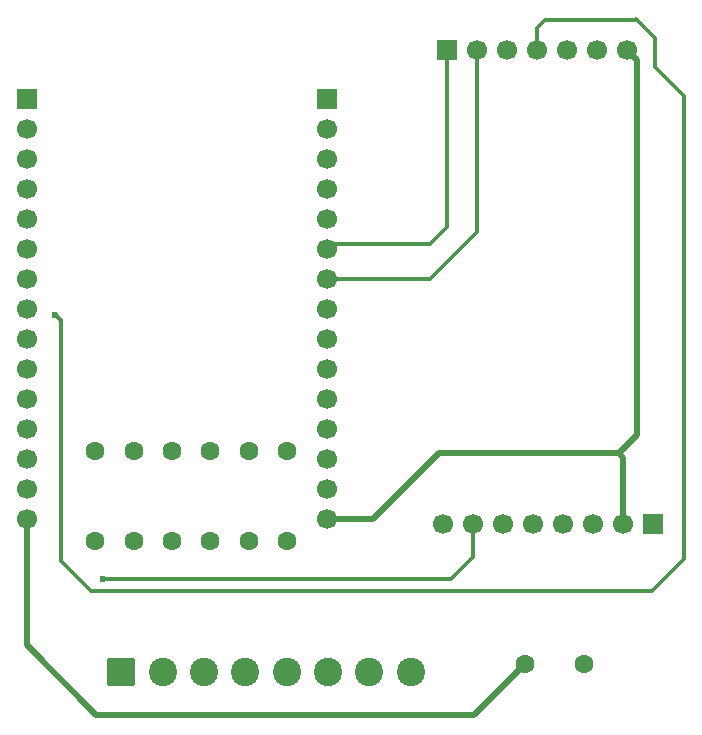
<source format=gbl>
%TF.GenerationSoftware,KiCad,Pcbnew,9.0.5*%
%TF.CreationDate,2025-12-28T17:56:33+02:00*%
%TF.ProjectId,base-schematic-02,62617365-2d73-4636-9865-6d617469632d,rev?*%
%TF.SameCoordinates,Original*%
%TF.FileFunction,Copper,L2,Bot*%
%TF.FilePolarity,Positive*%
%FSLAX46Y46*%
G04 Gerber Fmt 4.6, Leading zero omitted, Abs format (unit mm)*
G04 Created by KiCad (PCBNEW 9.0.5) date 2025-12-28 17:56:33*
%MOMM*%
%LPD*%
G01*
G04 APERTURE LIST*
G04 Aperture macros list*
%AMRoundRect*
0 Rectangle with rounded corners*
0 $1 Rounding radius*
0 $2 $3 $4 $5 $6 $7 $8 $9 X,Y pos of 4 corners*
0 Add a 4 corners polygon primitive as box body*
4,1,4,$2,$3,$4,$5,$6,$7,$8,$9,$2,$3,0*
0 Add four circle primitives for the rounded corners*
1,1,$1+$1,$2,$3*
1,1,$1+$1,$4,$5*
1,1,$1+$1,$6,$7*
1,1,$1+$1,$8,$9*
0 Add four rect primitives between the rounded corners*
20,1,$1+$1,$2,$3,$4,$5,0*
20,1,$1+$1,$4,$5,$6,$7,0*
20,1,$1+$1,$6,$7,$8,$9,0*
20,1,$1+$1,$8,$9,$2,$3,0*%
G04 Aperture macros list end*
%TA.AperFunction,ComponentPad*%
%ADD10R,1.700000X1.700000*%
%TD*%
%TA.AperFunction,ComponentPad*%
%ADD11C,1.700000*%
%TD*%
%TA.AperFunction,ComponentPad*%
%ADD12C,1.600000*%
%TD*%
%TA.AperFunction,ComponentPad*%
%ADD13RoundRect,0.250001X-0.949999X-0.949999X0.949999X-0.949999X0.949999X0.949999X-0.949999X0.949999X0*%
%TD*%
%TA.AperFunction,ComponentPad*%
%ADD14C,2.400000*%
%TD*%
%TA.AperFunction,ViaPad*%
%ADD15C,0.600000*%
%TD*%
%TA.AperFunction,Conductor*%
%ADD16C,0.300000*%
%TD*%
%TA.AperFunction,Conductor*%
%ADD17C,0.500000*%
%TD*%
G04 APERTURE END LIST*
D10*
%TO.P,J2,1,Pin_1*%
%TO.N,D23*%
X79400000Y-59460000D03*
D11*
%TO.P,J2,2,Pin_2*%
%TO.N,D22*%
X79400000Y-62000000D03*
%TO.P,J2,3,Pin_3*%
%TO.N,unconnected-(J2-Pin_3-Pad3)*%
X79400000Y-64540000D03*
%TO.P,J2,4,Pin_4*%
%TO.N,unconnected-(J2-Pin_4-Pad4)*%
X79400000Y-67080000D03*
%TO.P,J2,5,Pin_5*%
%TO.N,D21*%
X79400000Y-69620000D03*
%TO.P,J2,6,Pin_6*%
%TO.N,D19*%
X79400000Y-72160000D03*
%TO.P,J2,7,Pin_7*%
%TO.N,D18*%
X79400000Y-74700000D03*
%TO.P,J2,8,Pin_8*%
%TO.N,unconnected-(J2-Pin_8-Pad8)*%
X79400000Y-77240000D03*
%TO.P,J2,9,Pin_9*%
%TO.N,unconnected-(J2-Pin_9-Pad9)*%
X79400000Y-79780000D03*
%TO.P,J2,10,Pin_10*%
%TO.N,unconnected-(J2-Pin_10-Pad10)*%
X79400000Y-82320000D03*
%TO.P,J2,11,Pin_11*%
%TO.N,unconnected-(J2-Pin_11-Pad11)*%
X79400000Y-84860000D03*
%TO.P,J2,12,Pin_12*%
%TO.N,unconnected-(J2-Pin_12-Pad12)*%
X79400000Y-87400000D03*
%TO.P,J2,13,Pin_13*%
%TO.N,unconnected-(J2-Pin_13-Pad13)*%
X79400000Y-89940000D03*
%TO.P,J2,14,Pin_14*%
%TO.N,GND*%
X79400000Y-92480000D03*
%TO.P,J2,15,Pin_15*%
%TO.N,3V3*%
X79400000Y-95020000D03*
%TD*%
D10*
%TO.P,J1,1,Pin_1*%
%TO.N,unconnected-(J1-Pin_1-Pad1)*%
X54000000Y-59460000D03*
D11*
%TO.P,J1,2,Pin_2*%
%TO.N,unconnected-(J1-Pin_2-Pad2)*%
X54000000Y-62000000D03*
%TO.P,J1,3,Pin_3*%
%TO.N,unconnected-(J1-Pin_3-Pad3)*%
X54000000Y-64540000D03*
%TO.P,J1,4,Pin_4*%
%TO.N,unconnected-(J1-Pin_4-Pad4)*%
X54000000Y-67080000D03*
%TO.P,J1,5,Pin_5*%
%TO.N,unconnected-(J1-Pin_5-Pad5)*%
X54000000Y-69620000D03*
%TO.P,J1,6,Pin_6*%
%TO.N,D32*%
X54000000Y-72160000D03*
%TO.P,J1,7,Pin_7*%
%TO.N,D33*%
X54000000Y-74700000D03*
%TO.P,J1,8,Pin_8*%
%TO.N,D25*%
X54000000Y-77240000D03*
%TO.P,J1,9,Pin_9*%
%TO.N,D26*%
X54000000Y-79780000D03*
%TO.P,J1,10,Pin_10*%
%TO.N,D27*%
X54000000Y-82320000D03*
%TO.P,J1,11,Pin_11*%
%TO.N,D14*%
X54000000Y-84860000D03*
%TO.P,J1,12,Pin_12*%
%TO.N,D12*%
X54000000Y-87400000D03*
%TO.P,J1,13,Pin_13*%
%TO.N,D13*%
X54000000Y-89940000D03*
%TO.P,J1,14,Pin_14*%
%TO.N,unconnected-(J1-Pin_14-Pad14)*%
X54000000Y-92480000D03*
%TO.P,J1,15,Pin_15*%
%TO.N,VIN*%
X54000000Y-95020000D03*
%TD*%
D12*
%TO.P,R2,1*%
%TO.N,D14*%
X63053000Y-89255000D03*
%TO.P,R2,2*%
%TO.N,Net-(J4-Pin_2)*%
X63053000Y-96875000D03*
%TD*%
%TO.P,R1,1*%
%TO.N,D12*%
X59810000Y-89255000D03*
%TO.P,R1,2*%
%TO.N,Net-(J4-Pin_1)*%
X59810000Y-96875000D03*
%TD*%
D10*
%TO.P,J3-DAC1,1,Pin_1*%
%TO.N,D19*%
X89570000Y-55335000D03*
D11*
%TO.P,J3-DAC1,2,Pin_2*%
%TO.N,D18*%
X92110000Y-55335000D03*
%TO.P,J3-DAC1,3,Pin_3*%
%TO.N,D23*%
X94650000Y-55335000D03*
%TO.P,J3-DAC1,4,Pin_4*%
%TO.N,D25*%
X97190000Y-55335000D03*
%TO.P,J3-DAC1,5,Pin_5*%
%TO.N,D21*%
X99730000Y-55335000D03*
%TO.P,J3-DAC1,6,Pin_6*%
%TO.N,GND*%
X102270000Y-55335000D03*
%TO.P,J3-DAC1,7,Pin_7*%
%TO.N,3V3*%
X104810000Y-55335000D03*
%TD*%
D12*
%TO.P,R4,1*%
%TO.N,D26*%
X69539000Y-89255000D03*
%TO.P,R4,2*%
%TO.N,Net-(J4-Pin_4)*%
X69539000Y-96875000D03*
%TD*%
%TO.P,C2,1*%
%TO.N,VIN*%
X96160000Y-107270000D03*
%TO.P,C2,2*%
%TO.N,GND*%
X101160000Y-107270000D03*
%TD*%
%TO.P,R6,1*%
%TO.N,D32*%
X76025000Y-89255000D03*
%TO.P,R6,2*%
%TO.N,Net-(J4-Pin_6)*%
X76025000Y-96875000D03*
%TD*%
%TO.P,R5,1*%
%TO.N,D33*%
X72782000Y-89255000D03*
%TO.P,R5,2*%
%TO.N,Net-(J4-Pin_5)*%
X72782000Y-96875000D03*
%TD*%
%TO.P,R3,1*%
%TO.N,D27*%
X66296000Y-89255000D03*
%TO.P,R3,2*%
%TO.N,Net-(J4-Pin_3)*%
X66296000Y-96875000D03*
%TD*%
D13*
%TO.P,J4,1,Pin_1*%
%TO.N,Net-(J4-Pin_1)*%
X62000000Y-108000000D03*
D14*
%TO.P,J4,2,Pin_2*%
%TO.N,Net-(J4-Pin_2)*%
X65500000Y-108000000D03*
%TO.P,J4,3,Pin_3*%
%TO.N,Net-(J4-Pin_3)*%
X69000000Y-108000000D03*
%TO.P,J4,4,Pin_4*%
%TO.N,Net-(J4-Pin_4)*%
X72500000Y-108000000D03*
%TO.P,J4,5,Pin_5*%
%TO.N,Net-(J4-Pin_5)*%
X76000000Y-108000000D03*
%TO.P,J4,6,Pin_6*%
%TO.N,Net-(J4-Pin_6)*%
X79500000Y-108000000D03*
%TO.P,J4,7,Pin_7*%
%TO.N,VIN*%
X83000000Y-108000000D03*
%TO.P,J4,8,Pin_8*%
%TO.N,GND*%
X86500000Y-108000000D03*
%TD*%
D10*
%TO.P,J4-IMU1,1,Pin_1*%
%TO.N,GND*%
X107009138Y-95394959D03*
D11*
%TO.P,J4-IMU1,2,Pin_2*%
%TO.N,3V3*%
X104469138Y-95394959D03*
%TO.P,J4-IMU1,3,Pin_3*%
%TO.N,unconnected-(J4-IMU1-Pin_3-Pad3)*%
X101929138Y-95394959D03*
%TO.P,J4-IMU1,4,Pin_4*%
%TO.N,unconnected-(J4-IMU1-Pin_4-Pad4)*%
X99389138Y-95394959D03*
%TO.P,J4-IMU1,5,Pin_5*%
%TO.N,unconnected-(J4-IMU1-Pin_5-Pad5)*%
X96849138Y-95394959D03*
%TO.P,J4-IMU1,6,Pin_6*%
%TO.N,unconnected-(J4-IMU1-Pin_6-Pad6)*%
X94309138Y-95394959D03*
%TO.P,J4-IMU1,7,Pin_7*%
%TO.N,D13*%
X91769138Y-95394959D03*
%TO.P,J4-IMU1,8,Pin_8*%
%TO.N,D22*%
X89229138Y-95394959D03*
%TD*%
D15*
%TO.N,D25*%
X56403500Y-77708500D03*
%TO.N,D13*%
X60452000Y-100076000D03*
%TD*%
D16*
%TO.N,D25*%
X97190000Y-53440000D02*
X97190000Y-55335000D01*
X97900000Y-52730000D02*
X97190000Y-53440000D01*
X105570000Y-52730000D02*
X97900000Y-52730000D01*
X105580000Y-52720000D02*
X105570000Y-52730000D01*
X107150000Y-54290000D02*
X105580000Y-52720000D01*
X109630000Y-59200000D02*
X107150000Y-56720000D01*
X109630000Y-98380000D02*
X109630000Y-59200000D01*
X106918000Y-101092000D02*
X109630000Y-98380000D01*
X56896000Y-98556000D02*
X59432000Y-101092000D01*
X56896000Y-78201000D02*
X56896000Y-98556000D01*
X59432000Y-101092000D02*
X106918000Y-101092000D01*
X56403500Y-77708500D02*
X56896000Y-78201000D01*
X107150000Y-56720000D02*
X107150000Y-54290000D01*
%TO.N,D13*%
X89916000Y-100076000D02*
X91769138Y-98222862D01*
X91769138Y-98222862D02*
X91769138Y-95394959D01*
X60452000Y-100076000D02*
X89916000Y-100076000D01*
D17*
%TO.N,VIN*%
X54000000Y-99610000D02*
X54000000Y-95020000D01*
X91860000Y-111570000D02*
X96160000Y-107270000D01*
X54000000Y-99610000D02*
X54000000Y-105680000D01*
X96160000Y-107700000D02*
X96160000Y-107270000D01*
X54000000Y-105680000D02*
X59890000Y-111570000D01*
X59890000Y-111570000D02*
X91860000Y-111570000D01*
D16*
%TO.N,D21*%
X79781630Y-69238370D02*
X79781630Y-69620000D01*
D17*
%TO.N,3V3*%
X88900000Y-89408000D02*
X98482179Y-89408000D01*
X105664000Y-56189000D02*
X104810000Y-55335000D01*
X83288000Y-95020000D02*
X88900000Y-89408000D01*
X104105089Y-89442911D02*
X105664000Y-87884000D01*
X79400000Y-95020000D02*
X83288000Y-95020000D01*
X105664000Y-87884000D02*
X105664000Y-56189000D01*
X104105089Y-89442911D02*
X104469138Y-89806960D01*
X98482179Y-89408000D02*
X98517089Y-89442911D01*
X104469138Y-89806960D02*
X104469138Y-95394959D01*
X98517089Y-89442911D02*
X104105089Y-89442911D01*
D16*
%TO.N,D18*%
X88150000Y-74700000D02*
X79400000Y-74700000D01*
X92110000Y-70740000D02*
X92110000Y-55335000D01*
X88150000Y-74700000D02*
X92110000Y-70740000D01*
%TO.N,D19*%
X79840000Y-71720000D02*
X88180000Y-71720000D01*
X89570000Y-70330000D02*
X89570000Y-55335000D01*
X88180000Y-71720000D02*
X89570000Y-70330000D01*
X79400000Y-72160000D02*
X79840000Y-71720000D01*
%TO.N,D32*%
X75975000Y-88921387D02*
X76025000Y-88921387D01*
%TD*%
M02*

</source>
